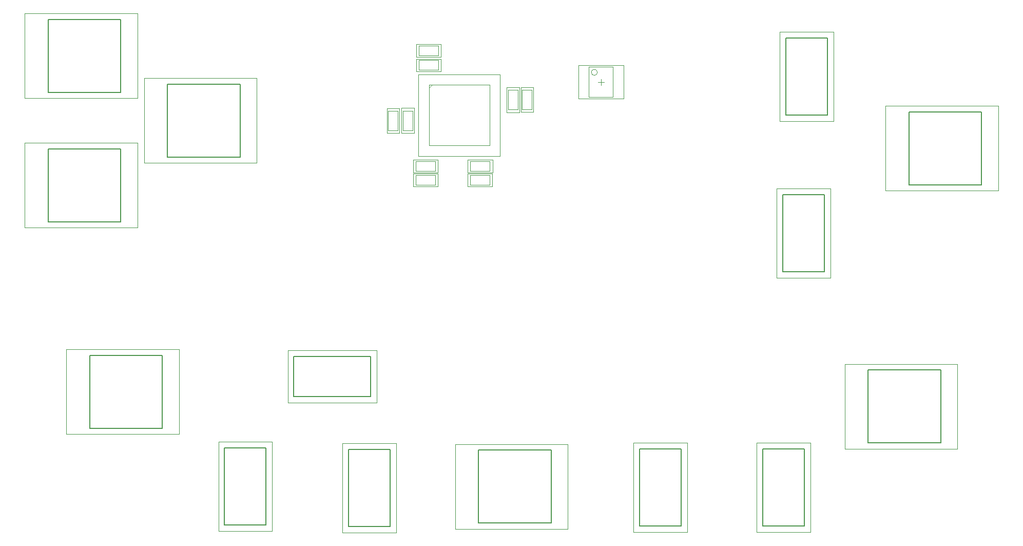
<source format=gm1>
G04*
G04 #@! TF.GenerationSoftware,Altium Limited,Altium Designer,19.1.5 (86)*
G04*
G04 Layer_Color=16711935*
%FSLAX24Y24*%
%MOIN*%
G70*
G01*
G75*
%ADD10C,0.0079*%
%ADD15C,0.0039*%
%ADD21C,0.0020*%
D10*
X43650Y32550D02*
X46350D01*
Y37550D01*
X43650D02*
X46350D01*
X43650Y32550D02*
Y37550D01*
X11700Y14301D02*
Y16899D01*
Y14301D02*
X16700D01*
Y16899D01*
X11700D02*
X16700D01*
X34150Y5900D02*
X36850D01*
Y10900D01*
X34150D02*
X36850D01*
X34150Y5900D02*
Y10900D01*
X42150Y5900D02*
X44850D01*
Y10900D01*
X42150D02*
X44850D01*
X42150Y5900D02*
Y10900D01*
X15250Y5850D02*
Y10850D01*
X17950D01*
Y5850D02*
Y10850D01*
X15250Y5850D02*
X17950D01*
X7200Y5950D02*
Y10950D01*
X9900D01*
Y5950D02*
Y10950D01*
X7200Y5950D02*
X9900D01*
X43450Y22400D02*
Y27400D01*
X46150D01*
Y22400D02*
Y27400D01*
X43450Y22400D02*
X46150D01*
X23688Y6088D02*
X28412D01*
Y10812D01*
X23688D02*
X28412D01*
X23688Y6088D02*
Y10812D01*
X3488Y29838D02*
X8212D01*
Y34562D01*
X3488D02*
X8212D01*
X3488Y29838D02*
Y34562D01*
X-1562Y12238D02*
Y16962D01*
X3162D01*
Y12238D02*
Y16962D01*
X-1562Y12238D02*
X3162D01*
X51638Y28038D02*
Y32762D01*
X56362D01*
Y28038D02*
Y32762D01*
X51638Y28038D02*
X56362D01*
X48988Y11288D02*
Y16012D01*
X53712D01*
Y11288D02*
Y16012D01*
X48988Y11288D02*
X53712D01*
X-4262Y25638D02*
X462D01*
Y30362D01*
X-4262D02*
X462D01*
X-4262Y25638D02*
Y30362D01*
Y34038D02*
X462D01*
Y38762D01*
X-4262D02*
X462D01*
X-4262Y34038D02*
Y38762D01*
D15*
X31414Y35330D02*
G03*
X31414Y35330I-197J0D01*
G01*
X23170Y28665D02*
X24430D01*
Y28035D02*
Y28665D01*
X23170Y28035D02*
X24430D01*
X23170D02*
Y28665D01*
X19620Y28935D02*
X20880D01*
X19620D02*
Y29565D01*
X20880D01*
Y28935D02*
Y29565D01*
X17835Y31570D02*
Y32830D01*
X18465D01*
Y31570D02*
Y32830D01*
X17835Y31570D02*
X18465D01*
X26535Y32939D02*
Y34198D01*
X27165D01*
Y32939D02*
Y34198D01*
X26535Y32939D02*
X27165D01*
X19820Y35485D02*
X21080D01*
X19820D02*
Y36115D01*
X21080D01*
Y35485D02*
Y36115D01*
X23170Y29565D02*
X24430D01*
Y28935D02*
Y29565D01*
X23170Y28935D02*
X24430D01*
X23170D02*
Y29565D01*
X19620Y28035D02*
X20880D01*
X19620D02*
Y28665D01*
X20880D01*
Y28035D02*
Y28665D01*
X18785Y31570D02*
Y32830D01*
X19415D01*
Y31570D02*
Y32830D01*
X18785Y31570D02*
X19415D01*
X25635Y32920D02*
Y34180D01*
X26265D01*
Y32920D02*
Y34180D01*
X25635Y32920D02*
X26265D01*
X19820Y36435D02*
X21080D01*
X19820D02*
Y37065D01*
X21080D01*
Y36435D02*
Y37065D01*
X20482Y34322D02*
X20678Y34518D01*
X20482Y30582D02*
Y34518D01*
Y30582D02*
X24418D01*
Y34518D01*
X20482D02*
X24418D01*
X30863Y33716D02*
X32437D01*
X30863Y35684D02*
X32437D01*
Y33716D02*
Y35684D01*
X30863Y33716D02*
Y35684D01*
X43256Y32156D02*
X46744D01*
Y37944D01*
X43256D02*
X46744D01*
X43256Y32156D02*
Y37944D01*
X11306Y13907D02*
Y17293D01*
Y13907D02*
X17094D01*
Y17293D01*
X11306D02*
X17094D01*
X33756Y5507D02*
X37244D01*
Y11294D01*
X33756D02*
X37244D01*
X33756Y5507D02*
Y11294D01*
X41756Y5506D02*
X45244D01*
Y11294D01*
X41756D02*
X45244D01*
X41756Y5506D02*
Y11294D01*
X14856Y5456D02*
Y11244D01*
X18344D01*
Y5456D02*
Y11244D01*
X14856Y5456D02*
X18344D01*
X6806Y5557D02*
Y11344D01*
X10294D01*
Y5557D02*
Y11344D01*
X6806Y5557D02*
X10294D01*
X43056Y22006D02*
Y27794D01*
X46544D01*
Y22006D02*
Y27794D01*
X43056Y22006D02*
X46544D01*
X22172Y11206D02*
X29495D01*
Y5694D02*
Y11206D01*
X22172Y5694D02*
X29495D01*
X22172D02*
Y11206D01*
X1972Y34956D02*
X9295D01*
Y29444D02*
Y34956D01*
X1972Y29444D02*
X9295D01*
X1972D02*
Y34956D01*
X-3078Y11844D02*
Y17356D01*
Y11844D02*
X4245D01*
Y17356D01*
X-3078D02*
X4245D01*
X50122Y27644D02*
Y33156D01*
Y27644D02*
X57445D01*
Y33156D01*
X50122D02*
X57445D01*
X47472Y10894D02*
Y16406D01*
Y10894D02*
X54795D01*
Y16406D01*
X47472D02*
X54795D01*
X-5778Y30756D02*
X1545D01*
Y25244D02*
Y30756D01*
X-5778Y25244D02*
X1545D01*
X-5778D02*
Y30756D01*
X31650Y34503D02*
Y34897D01*
X31453Y34700D02*
X31847D01*
X-5778Y39156D02*
X1545D01*
Y33644D02*
Y39156D01*
X-5778Y33644D02*
X1545D01*
X-5778D02*
Y39156D01*
D21*
X22997Y28759D02*
X24603D01*
Y27941D02*
Y28759D01*
X22997Y27941D02*
X24603D01*
X22997D02*
Y28759D01*
X19447Y28841D02*
X21053D01*
X19447D02*
Y29659D01*
X21053D01*
Y28841D02*
Y29659D01*
X17741Y31397D02*
Y33003D01*
X18559D01*
Y31397D02*
Y33003D01*
X17741Y31397D02*
X18559D01*
X26441Y32765D02*
Y34372D01*
X27259D01*
Y32765D02*
Y34372D01*
X26441Y32765D02*
X27259D01*
X19647Y35391D02*
X21253D01*
X19647D02*
Y36209D01*
X21253D01*
Y35391D02*
Y36209D01*
X22989Y29667D02*
X24611D01*
Y28833D02*
Y29667D01*
X22989Y28833D02*
X24611D01*
X22989D02*
Y29667D01*
X19439Y27933D02*
X21061D01*
X19439D02*
Y28767D01*
X21061D01*
Y27933D02*
Y28767D01*
X18683Y31389D02*
Y33011D01*
X19517D01*
Y31389D02*
Y33011D01*
X18683Y31389D02*
X19517D01*
X25533Y32739D02*
Y34361D01*
X26367D01*
Y32739D02*
Y34361D01*
X25533Y32739D02*
X26367D01*
X19639Y36333D02*
X21261D01*
X19639D02*
Y37167D01*
X21261D01*
Y36333D02*
Y37167D01*
X19802Y29902D02*
Y35198D01*
Y29902D02*
X25098D01*
Y35198D01*
X19802D02*
X25098D01*
X30193Y33617D02*
X33107D01*
X30193Y35783D02*
X33107D01*
Y33617D02*
Y35783D01*
X30193Y33617D02*
Y35783D01*
M02*

</source>
